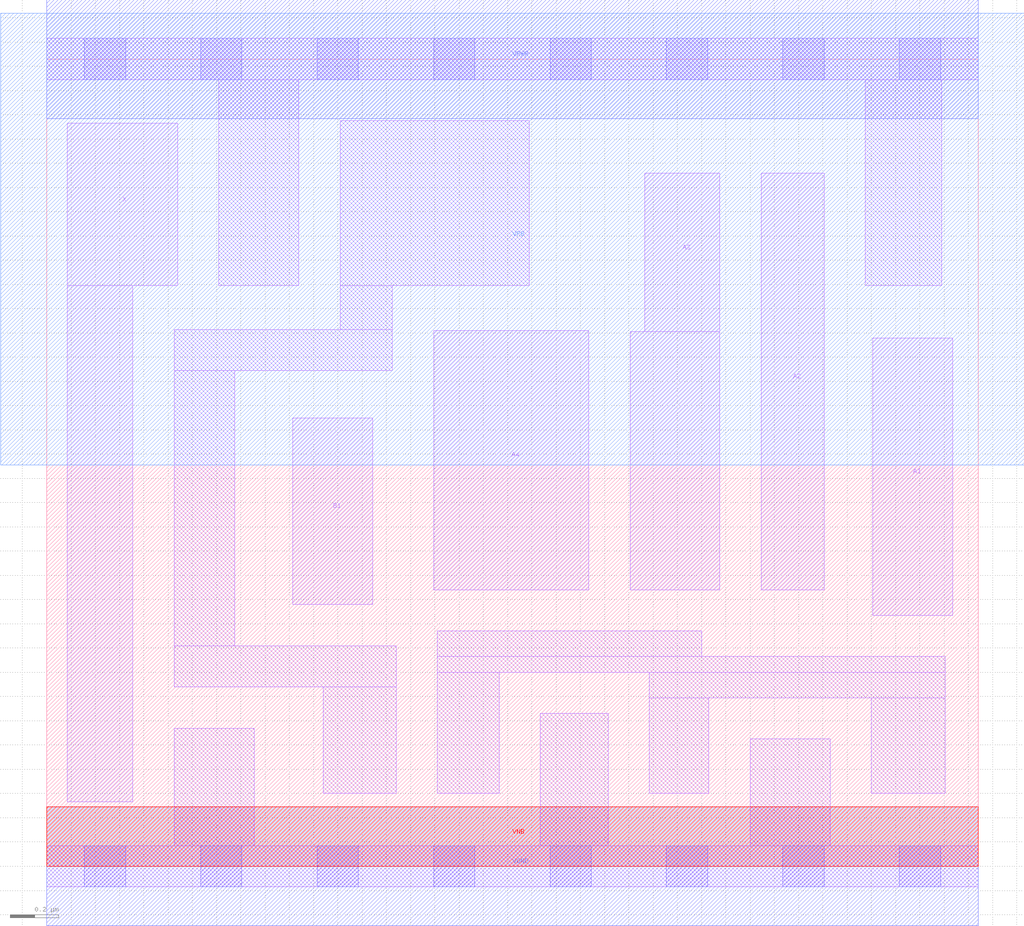
<source format=lef>
# Copyright 2020 The SkyWater PDK Authors
#
# Licensed under the Apache License, Version 2.0 (the "License");
# you may not use this file except in compliance with the License.
# You may obtain a copy of the License at
#
#     https://www.apache.org/licenses/LICENSE-2.0
#
# Unless required by applicable law or agreed to in writing, software
# distributed under the License is distributed on an "AS IS" BASIS,
# WITHOUT WARRANTIES OR CONDITIONS OF ANY KIND, either express or implied.
# See the License for the specific language governing permissions and
# limitations under the License.
#
# SPDX-License-Identifier: Apache-2.0

VERSION 5.7 ;
  NOWIREEXTENSIONATPIN ON ;
  DIVIDERCHAR "/" ;
  BUSBITCHARS "[]" ;
MACRO sky130_fd_sc_lp__o41a_0
  CLASS CORE ;
  FOREIGN sky130_fd_sc_lp__o41a_0 ;
  ORIGIN  0.000000  0.000000 ;
  SIZE  3.840000 BY  3.330000 ;
  SYMMETRY X Y R90 ;
  SITE unit ;
  PIN A1
    ANTENNAGATEAREA  0.159000 ;
    DIRECTION INPUT ;
    USE SIGNAL ;
    PORT
      LAYER li1 ;
        RECT 3.405000 1.035000 3.735000 2.180000 ;
    END
  END A1
  PIN A2
    ANTENNAGATEAREA  0.159000 ;
    DIRECTION INPUT ;
    USE SIGNAL ;
    PORT
      LAYER li1 ;
        RECT 2.945000 1.140000 3.205000 2.860000 ;
    END
  END A2
  PIN A3
    ANTENNAGATEAREA  0.159000 ;
    DIRECTION INPUT ;
    USE SIGNAL ;
    PORT
      LAYER li1 ;
        RECT 2.405000 1.140000 2.775000 2.205000 ;
        RECT 2.465000 2.205000 2.775000 2.860000 ;
    END
  END A3
  PIN A4
    ANTENNAGATEAREA  0.159000 ;
    DIRECTION INPUT ;
    USE SIGNAL ;
    PORT
      LAYER li1 ;
        RECT 1.595000 1.140000 2.235000 2.210000 ;
    END
  END A4
  PIN B1
    ANTENNAGATEAREA  0.159000 ;
    DIRECTION INPUT ;
    USE SIGNAL ;
    PORT
      LAYER li1 ;
        RECT 1.015000 1.080000 1.345000 1.850000 ;
    END
  END B1
  PIN X
    ANTENNADIFFAREA  0.280900 ;
    DIRECTION OUTPUT ;
    USE SIGNAL ;
    PORT
      LAYER li1 ;
        RECT 0.085000 0.265000 0.355000 2.395000 ;
        RECT 0.085000 2.395000 0.540000 3.065000 ;
    END
  END X
  PIN VGND
    DIRECTION INOUT ;
    USE GROUND ;
    PORT
      LAYER met1 ;
        RECT 0.000000 -0.245000 3.840000 0.245000 ;
    END
  END VGND
  PIN VNB
    DIRECTION INOUT ;
    USE GROUND ;
    PORT
      LAYER pwell ;
        RECT 0.000000 0.000000 3.840000 0.245000 ;
    END
  END VNB
  PIN VPB
    DIRECTION INOUT ;
    USE POWER ;
    PORT
      LAYER nwell ;
        RECT -0.190000 1.655000 4.030000 3.520000 ;
    END
  END VPB
  PIN VPWR
    DIRECTION INOUT ;
    USE POWER ;
    PORT
      LAYER met1 ;
        RECT 0.000000 3.085000 3.840000 3.575000 ;
    END
  END VPWR
  OBS
    LAYER li1 ;
      RECT 0.000000 -0.085000 3.840000 0.085000 ;
      RECT 0.000000  3.245000 3.840000 3.415000 ;
      RECT 0.525000  0.085000 0.855000 0.570000 ;
      RECT 0.525000  0.740000 1.440000 0.910000 ;
      RECT 0.525000  0.910000 0.775000 2.045000 ;
      RECT 0.525000  2.045000 1.425000 2.215000 ;
      RECT 0.710000  2.395000 1.040000 3.245000 ;
      RECT 1.140000  0.300000 1.440000 0.740000 ;
      RECT 1.210000  2.215000 1.425000 2.395000 ;
      RECT 1.210000  2.395000 1.990000 3.075000 ;
      RECT 1.610000  0.300000 1.865000 0.800000 ;
      RECT 1.610000  0.800000 3.705000 0.865000 ;
      RECT 1.610000  0.865000 2.700000 0.970000 ;
      RECT 2.035000  0.085000 2.315000 0.630000 ;
      RECT 2.485000  0.300000 2.730000 0.695000 ;
      RECT 2.485000  0.695000 3.705000 0.800000 ;
      RECT 2.900000  0.085000 3.230000 0.525000 ;
      RECT 3.375000  2.395000 3.690000 3.245000 ;
      RECT 3.400000  0.300000 3.705000 0.695000 ;
    LAYER mcon ;
      RECT 0.155000 -0.085000 0.325000 0.085000 ;
      RECT 0.155000  3.245000 0.325000 3.415000 ;
      RECT 0.635000 -0.085000 0.805000 0.085000 ;
      RECT 0.635000  3.245000 0.805000 3.415000 ;
      RECT 1.115000 -0.085000 1.285000 0.085000 ;
      RECT 1.115000  3.245000 1.285000 3.415000 ;
      RECT 1.595000 -0.085000 1.765000 0.085000 ;
      RECT 1.595000  3.245000 1.765000 3.415000 ;
      RECT 2.075000 -0.085000 2.245000 0.085000 ;
      RECT 2.075000  3.245000 2.245000 3.415000 ;
      RECT 2.555000 -0.085000 2.725000 0.085000 ;
      RECT 2.555000  3.245000 2.725000 3.415000 ;
      RECT 3.035000 -0.085000 3.205000 0.085000 ;
      RECT 3.035000  3.245000 3.205000 3.415000 ;
      RECT 3.515000 -0.085000 3.685000 0.085000 ;
      RECT 3.515000  3.245000 3.685000 3.415000 ;
  END
END sky130_fd_sc_lp__o41a_0
END LIBRARY

</source>
